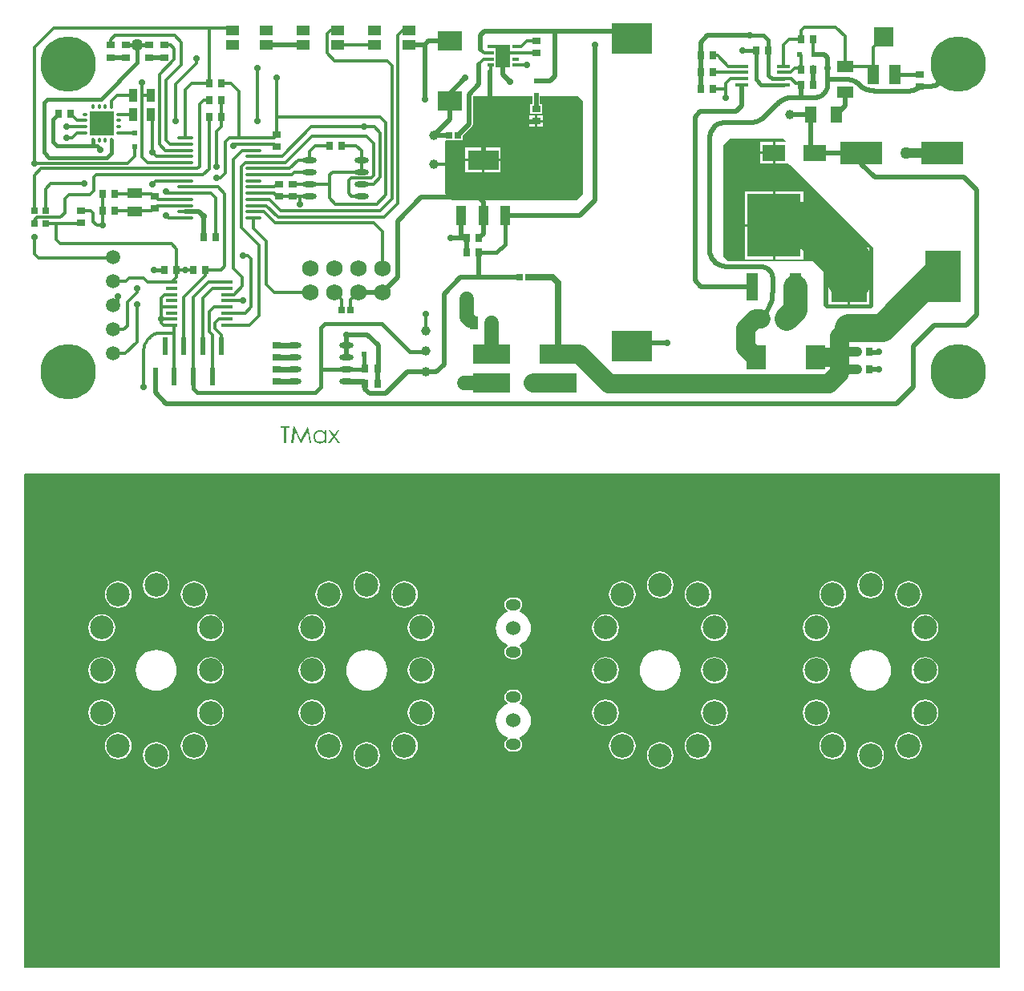
<source format=gtl>
%FSTAX23Y23*%
%MOIN*%
%SFA1B1*%

%IPPOS*%
%ADD12C,0.023622*%
%ADD13C,0.015748*%
%ADD16R,0.027559X0.037401*%
%ADD17R,0.051181X0.078740*%
%ADD18R,0.078740X0.078740*%
%ADD19R,0.173228X0.092520*%
%ADD20R,0.047244X0.116142*%
%ADD21R,0.222441X0.263779*%
%ADD22R,0.157480X0.078740*%
%ADD23R,0.084645X0.098425*%
%ADD24R,0.023622X0.072835*%
%ADD25O,0.064960X0.015748*%
%ADD26R,0.023622X0.019685*%
%ADD27R,0.062992X0.039370*%
%ADD28R,0.037401X0.027559*%
%ADD29O,0.049606X0.014173*%
%ADD30O,0.059055X0.023622*%
%ADD31R,0.031496X0.025591*%
%ADD32R,0.019685X0.023622*%
%ADD33R,0.037401X0.055118*%
%ADD34R,0.055118X0.041339*%
%ADD35O,0.055118X0.015748*%
%ADD36R,0.049212X0.068898*%
%ADD37R,0.031496X0.011811*%
%ADD38R,0.058661X0.094488*%
%ADD39R,0.098425X0.084645*%
%ADD40O,0.019685X0.015748*%
%ADD41O,0.015748X0.019685*%
%ADD42R,0.104330X0.104330*%
%ADD43R,0.151575X0.216535*%
%ADD44R,0.096457X0.068898*%
%ADD45R,0.068898X0.049212*%
%ADD46R,0.127952X0.084645*%
%ADD47R,0.039370X0.084645*%
%ADD48R,0.165354X0.125984*%
%ADD49C,0.019685*%
%ADD50C,0.011811*%
%ADD96C,0.039370*%
%ADD97R,0.029527X0.029527*%
%ADD98C,0.059055*%
%ADD99C,0.078740*%
%ADD100C,0.039370*%
%ADD101C,0.059055*%
%ADD102C,0.027559*%
%ADD103C,0.118110*%
%ADD104C,0.196850*%
%ADD105C,0.098425*%
%ADD106C,0.275590*%
%ADD107C,0.098425*%
%ADD108C,0.068898*%
%ADD109O,0.062992X0.047244*%
%ADD110C,0.060000*%
%ADD111C,0.229921*%
%ADD112C,0.027559*%
%ADD113C,0.050000*%
%LNnixie_board_v2.0-1*%
%LPD*%
G36*
X05157Y01338D02*
D01*
X01102*
Y0339*
X01103Y03393*
X05157*
Y01338*
G37*
G36*
X03425Y04944D02*
Y04555D01*
X03399Y0453*
X02879*
X0285Y04559*
Y0474*
X02849Y04775*
X02853Y04779*
X02924*
Y04797*
X02961Y04835*
X02964Y0484*
X02966Y04846*
Y04963*
X03213*
Y0493*
X03204*
Y04891*
X03254*
Y0493*
X03245*
Y04963*
X03405*
X03425Y04944*
G37*
G36*
X04266Y04776D02*
X04264Y04772D01*
X04223*
Y04727*
Y04683*
X04276*
X04281Y04681*
X04629Y04333*
Y04091*
X04619Y04081*
X04434*
X04423Y04092*
Y04233*
X04421*
X04379Y04275*
X04028*
X04006Y04297*
Y04759*
X04033Y04786*
X04256*
X04266Y04776*
G37*
G36*
X02393Y03547D02*
X02414Y0352D01*
X02405*
X02389Y03542*
X02373Y0352*
X02365*
X02385Y03547*
X02367Y03572*
X02375*
X02389Y03553*
X02403Y03572*
X02411*
X02393Y03547*
G37*
G36*
X02293Y0352D02*
X02286D01*
X02279Y0357*
X02253Y0352*
X02251*
X02226Y03571*
X02219Y0352*
X02212*
X02222Y03591*
X02224*
X02252Y03532*
X02281Y03591*
X02282*
X02293Y0352*
G37*
G36*
X02332Y03573D02*
X02332Y03573D01*
X02333Y03573*
X02334Y03573*
X02336Y03573*
X02338Y03572*
X0234Y03572*
X02342Y03571*
X02342*
X02342Y03571*
X02342Y0357*
X02343Y0357*
X02343Y0357*
X02344Y0357*
X02345Y03569*
X02346Y03567*
X02348Y03566*
X0235Y03564*
X02351Y03562*
Y03572*
X02358*
Y0352*
X02351*
Y03529*
X02351Y03528*
X02351Y03528*
X02351Y03528*
X0235Y03528*
X02349Y03527*
X02348Y03526*
X02347Y03524*
X02345Y03523*
X02343Y03522*
X02342Y03521*
X02341*
X02341Y03521*
X02341Y0352*
X02341Y0352*
X0234Y0352*
X0234Y0352*
X02339Y0352*
X02338Y0352*
X02336Y03519*
X02334Y03519*
X02332Y03518*
X0233Y03518*
X02329*
X02329Y03518*
X02328Y03518*
X02327Y03518*
X02326Y03519*
X02325Y03519*
X02323Y03519*
X02322Y0352*
X0232Y0352*
X02319Y03521*
X02317Y03522*
X02316Y03523*
X02314Y03524*
X02312Y03525*
X02311Y03526*
X02311Y03526*
X02311Y03527*
X0231Y03527*
X0231Y03528*
X02309Y03528*
X02308Y03529*
X02308Y0353*
X02307Y03532*
X02306Y03533*
X02306Y03535*
X02305Y03536*
X02304Y03538*
X02304Y0354*
X02303Y03542*
X02303Y03544*
X02303Y03546*
Y03546*
Y03546*
X02303Y03547*
X02303Y03548*
X02303Y03549*
X02303Y0355*
X02304Y03551*
X02304Y03553*
X02304Y03554*
X02305Y03556*
X02306Y03557*
X02306Y03559*
X02307Y03561*
X02308Y03562*
X0231Y03564*
X02311Y03565*
X02311Y03565*
X02311Y03566*
X02312Y03566*
X02312Y03567*
X02313Y03567*
X02314Y03568*
X02315Y03569*
X02316Y03569*
X02318Y0357*
X02319Y03571*
X02321Y03572*
X02322Y03572*
X02324Y03573*
X02326Y03573*
X02328Y03573*
X0233Y03573*
X02331*
X02332Y03573*
G37*
G36*
X02205Y03584D02*
X02189D01*
Y0352*
X02182*
Y03584*
X02166*
Y03591*
X02205*
Y03584*
G37*
%LNnixie_board_v2.0-2*%
%LPC*%
G36*
X0499Y03333D02*
Y03214D01*
X0511*
X05109Y03228*
X05105Y03247*
X05097Y03265*
X05087Y03282*
X05074Y03297*
X05059Y0331*
X05042Y0332*
X05024Y03328*
X05005Y03332*
X0499Y03333*
G37*
G36*
X01289D02*
Y03214D01*
X01408*
X01407Y03228*
X01403Y03247*
X01395Y03265*
X01385Y03282*
X01372Y03297*
X01357Y0331*
X0134Y0332*
X01322Y03328*
X01303Y03332*
X01289Y03333*
G37*
G36*
X01279D02*
X01264Y03332D01*
X01245Y03328*
X01227Y0332*
X0121Y0331*
X01195Y03297*
X01182Y03282*
X01172Y03265*
X01164Y03247*
X0116Y03228*
X01159Y03214*
X01279*
Y03333*
G37*
G36*
X0498D02*
X04966Y03332D01*
X04947Y03328*
X04929Y0332*
X04912Y0331*
X04897Y03297*
X04884Y03282*
X04874Y03265*
X04866Y03247*
X04862Y03228*
X04861Y03214*
X0498*
Y03333*
G37*
G36*
X0511Y03204D02*
X0499D01*
Y03084*
X05005Y03085*
X05024Y03089*
X05042Y03097*
X05059Y03107*
X05074Y0312*
X05087Y03135*
X05097Y03152*
X05105Y0317*
X05109Y03189*
X0511Y03204*
G37*
G36*
X01408D02*
X01289D01*
Y03084*
X01303Y03085*
X01322Y03089*
X0134Y03097*
X01357Y03107*
X01372Y0312*
X01385Y03135*
X01395Y03152*
X01403Y0317*
X01407Y03189*
X01408Y03204*
G37*
G36*
X01279D02*
X01159D01*
X0116Y03189*
X01164Y0317*
X01172Y03152*
X01182Y03135*
X01195Y0312*
X0121Y03107*
X01227Y03097*
X01245Y03089*
X01264Y03085*
X01279Y03084*
Y03204*
G37*
G36*
X0498D02*
X04861D01*
X04862Y03189*
X04866Y0317*
X04874Y03152*
X04884Y03135*
X04897Y0312*
X04912Y03107*
X04929Y03097*
X04947Y03089*
X04966Y03085*
X0498Y03084*
Y03204*
G37*
G36*
X0462Y02985D02*
X04605Y02983D01*
X04592Y02977*
X0458Y02968*
X04571Y02957*
X04566Y02943*
X04564Y02929*
X04566Y02914*
X04571Y02901*
X0458Y02889*
X04592Y02881*
X04605Y02875*
X0462Y02873*
X04634Y02875*
X04647Y02881*
X04659Y02889*
X04668Y02901*
X04673Y02914*
X04675Y02929*
X04673Y02943*
X04668Y02957*
X04659Y02968*
X04647Y02977*
X04634Y02983*
X0462Y02985*
G37*
G36*
X03745D02*
X0373Y02983D01*
X03717Y02977*
X03705Y02968*
X03696Y02957*
X03691Y02943*
X03689Y02929*
X03691Y02914*
X03696Y02901*
X03705Y02889*
X03717Y02881*
X0373Y02875*
X03745Y02873*
X03759Y02875*
X03772Y02881*
X03784Y02889*
X03793Y02901*
X03798Y02914*
X038Y02929*
X03798Y02943*
X03793Y02957*
X03784Y02968*
X03772Y02977*
X03759Y02983*
X03745Y02985*
G37*
G36*
X02525D02*
X0251Y02983D01*
X02497Y02977*
X02485Y02968*
X02476Y02957*
X02471Y02943*
X02469Y02929*
X02471Y02914*
X02476Y02901*
X02485Y02889*
X02497Y02881*
X0251Y02875*
X02525Y02873*
X02539Y02875*
X02552Y02881*
X02564Y02889*
X02573Y02901*
X02578Y02914*
X0258Y02929*
X02578Y02943*
X02573Y02957*
X02564Y02968*
X02552Y02977*
X02539Y02983*
X02525Y02985*
G37*
G36*
X0165D02*
X01635Y02983D01*
X01622Y02977*
X0161Y02968*
X01601Y02957*
X01596Y02943*
X01594Y02929*
X01596Y02914*
X01601Y02901*
X0161Y02889*
X01622Y02881*
X01635Y02875*
X0165Y02873*
X01664Y02875*
X01677Y02881*
X01689Y02889*
X01698Y02901*
X01703Y02914*
X01705Y02929*
X01703Y02943*
X01698Y02957*
X01689Y02968*
X01677Y02977*
X01664Y02983*
X0165Y02985*
G37*
G36*
X04777Y02945D02*
X04763Y02943D01*
X04749Y02938*
X04738Y02929*
X04729Y02917*
X04723Y02904*
X04721Y02889*
X04723Y02875*
X04729Y02862*
X04738Y0285*
X04749Y02841*
X04763Y02836*
X04777Y02834*
X04791Y02836*
X04805Y02841*
X04816Y0285*
X04825Y02862*
X04831Y02875*
X04833Y02889*
X04831Y02904*
X04825Y02917*
X04816Y02929*
X04805Y02938*
X04791Y02943*
X04777Y02945*
G37*
G36*
X04462D02*
X04448Y02943D01*
X04434Y02938*
X04423Y02929*
X04414Y02917*
X04408Y02904*
X04406Y02889*
X04408Y02875*
X04414Y02862*
X04423Y0285*
X04434Y02841*
X04448Y02836*
X04462Y02834*
X04476Y02836*
X0449Y02841*
X04501Y0285*
X0451Y02862*
X04516Y02875*
X04518Y02889*
X04516Y02904*
X0451Y02917*
X04501Y02929*
X0449Y02938*
X04476Y02943*
X04462Y02945*
G37*
G36*
X03902D02*
X03888Y02943D01*
X03874Y02938*
X03863Y02929*
X03854Y02917*
X03848Y02904*
X03846Y02889*
X03848Y02875*
X03854Y02862*
X03863Y0285*
X03874Y02841*
X03888Y02836*
X03902Y02834*
X03916Y02836*
X0393Y02841*
X03941Y0285*
X0395Y02862*
X03956Y02875*
X03958Y02889*
X03956Y02904*
X0395Y02917*
X03941Y02929*
X0393Y02938*
X03916Y02943*
X03902Y02945*
G37*
G36*
X03587D02*
X03573Y02943D01*
X03559Y02938*
X03548Y02929*
X03539Y02917*
X03533Y02904*
X03531Y02889*
X03533Y02875*
X03539Y02862*
X03548Y0285*
X03559Y02841*
X03573Y02836*
X03587Y02834*
X03601Y02836*
X03615Y02841*
X03626Y0285*
X03635Y02862*
X03641Y02875*
X03643Y02889*
X03641Y02904*
X03635Y02917*
X03626Y02929*
X03615Y02938*
X03601Y02943*
X03587Y02945*
G37*
G36*
X02682D02*
X02668Y02943D01*
X02654Y02938*
X02643Y02929*
X02634Y02917*
X02628Y02904*
X02626Y02889*
X02628Y02875*
X02634Y02862*
X02643Y0285*
X02654Y02841*
X02668Y02836*
X02682Y02834*
X02696Y02836*
X0271Y02841*
X02721Y0285*
X0273Y02862*
X02736Y02875*
X02738Y02889*
X02736Y02904*
X0273Y02917*
X02721Y02929*
X0271Y02938*
X02696Y02943*
X02682Y02945*
G37*
G36*
X02367D02*
X02353Y02943D01*
X02339Y02938*
X02328Y02929*
X02319Y02917*
X02313Y02904*
X02311Y02889*
X02313Y02875*
X02319Y02862*
X02328Y0285*
X02339Y02841*
X02353Y02836*
X02367Y02834*
X02381Y02836*
X02395Y02841*
X02406Y0285*
X02415Y02862*
X02421Y02875*
X02423Y02889*
X02421Y02904*
X02415Y02917*
X02406Y02929*
X02395Y02938*
X02381Y02943*
X02367Y02945*
G37*
G36*
X01807D02*
X01793Y02943D01*
X01779Y02938*
X01768Y02929*
X01759Y02917*
X01753Y02904*
X01751Y02889*
X01753Y02875*
X01759Y02862*
X01768Y0285*
X01779Y02841*
X01793Y02836*
X01807Y02834*
X01821Y02836*
X01835Y02841*
X01846Y0285*
X01855Y02862*
X01861Y02875*
X01863Y02889*
X01861Y02904*
X01855Y02917*
X01846Y02929*
X01835Y02938*
X01821Y02943*
X01807Y02945*
G37*
G36*
X01492D02*
X01478Y02943D01*
X01464Y02938*
X01453Y02929*
X01444Y02917*
X01438Y02904*
X01436Y02889*
X01438Y02875*
X01444Y02862*
X01453Y0285*
X01464Y02841*
X01478Y02836*
X01492Y02834*
X01506Y02836*
X0152Y02841*
X01531Y0285*
X0154Y02862*
X01546Y02875*
X01548Y02889*
X01546Y02904*
X0154Y02917*
X01531Y02929*
X0152Y02938*
X01506Y02943*
X01492Y02945*
G37*
G36*
X04846Y02807D02*
X04831Y02805D01*
X04818Y028*
X04807Y02791*
X04798Y0278*
X04792Y02766*
X0479Y02752*
X04792Y02737*
X04798Y02724*
X04807Y02712*
X04818Y02703*
X04831Y02698*
X04846Y02696*
X0486Y02698*
X04874Y02703*
X04885Y02712*
X04894Y02724*
X049Y02737*
X04902Y02752*
X049Y02766*
X04894Y0278*
X04885Y02791*
X04874Y028*
X0486Y02805*
X04846Y02807*
G37*
G36*
X04393D02*
X04379Y02805D01*
X04365Y028*
X04354Y02791*
X04345Y0278*
X04339Y02766*
X04337Y02752*
X04339Y02737*
X04345Y02724*
X04354Y02712*
X04365Y02703*
X04379Y02698*
X04393Y02696*
X04408Y02698*
X04421Y02703*
X04433Y02712*
X04441Y02724*
X04447Y02737*
X04449Y02752*
X04447Y02766*
X04441Y0278*
X04433Y02791*
X04421Y028*
X04408Y02805*
X04393Y02807*
G37*
G36*
X03971D02*
X03956Y02805D01*
X03943Y028*
X03932Y02791*
X03923Y0278*
X03917Y02766*
X03915Y02752*
X03917Y02737*
X03923Y02724*
X03932Y02712*
X03943Y02703*
X03956Y02698*
X03971Y02696*
X03985Y02698*
X03999Y02703*
X0401Y02712*
X04019Y02724*
X04025Y02737*
X04027Y02752*
X04025Y02766*
X04019Y0278*
X0401Y02791*
X03999Y028*
X03985Y02805*
X03971Y02807*
G37*
G36*
X03518D02*
X03504Y02805D01*
X0349Y028*
X03479Y02791*
X0347Y0278*
X03464Y02766*
X03462Y02752*
X03464Y02737*
X0347Y02724*
X03479Y02712*
X0349Y02703*
X03504Y02698*
X03518Y02696*
X03533Y02698*
X03546Y02703*
X03558Y02712*
X03566Y02724*
X03572Y02737*
X03574Y02752*
X03572Y02766*
X03566Y0278*
X03558Y02791*
X03546Y028*
X03533Y02805*
X03518Y02807*
G37*
G36*
X02751D02*
X02736Y02805D01*
X02723Y028*
X02712Y02791*
X02703Y0278*
X02697Y02766*
X02695Y02752*
X02697Y02737*
X02703Y02724*
X02712Y02712*
X02723Y02703*
X02736Y02698*
X02751Y02696*
X02765Y02698*
X02779Y02703*
X0279Y02712*
X02799Y02724*
X02805Y02737*
X02807Y02752*
X02805Y02766*
X02799Y0278*
X0279Y02791*
X02779Y028*
X02765Y02805*
X02751Y02807*
G37*
G36*
X02298D02*
X02284Y02805D01*
X0227Y028*
X02259Y02791*
X0225Y0278*
X02244Y02766*
X02242Y02752*
X02244Y02737*
X0225Y02724*
X02259Y02712*
X0227Y02703*
X02284Y02698*
X02298Y02696*
X02313Y02698*
X02326Y02703*
X02338Y02712*
X02346Y02724*
X02352Y02737*
X02354Y02752*
X02352Y02766*
X02346Y0278*
X02338Y02791*
X02326Y028*
X02313Y02805*
X02298Y02807*
G37*
G36*
X01876D02*
X01861Y02805D01*
X01848Y028*
X01837Y02791*
X01828Y0278*
X01822Y02766*
X0182Y02752*
X01822Y02737*
X01828Y02724*
X01837Y02712*
X01848Y02703*
X01861Y02698*
X01876Y02696*
X0189Y02698*
X01904Y02703*
X01915Y02712*
X01924Y02724*
X0193Y02737*
X01932Y02752*
X0193Y02766*
X01924Y0278*
X01915Y02791*
X01904Y028*
X0189Y02805*
X01876Y02807*
G37*
G36*
X01423D02*
X01409Y02805D01*
X01395Y028*
X01384Y02791*
X01375Y0278*
X01369Y02766*
X01367Y02752*
X01369Y02737*
X01375Y02724*
X01384Y02712*
X01395Y02703*
X01409Y02698*
X01423Y02696*
X01438Y02698*
X01451Y02703*
X01463Y02712*
X01471Y02724*
X01477Y02737*
X01479Y02752*
X01477Y02766*
X01471Y0278*
X01463Y02791*
X01451Y028*
X01438Y02805*
X01423Y02807*
G37*
G36*
X03142Y02878D02*
X03127D01*
X03119Y02877*
X03112Y02874*
X03106Y02869*
X03101Y02863*
X03098Y02856*
X03097Y02848*
X03098Y0284*
X03101Y02833*
X03106Y02827*
X0311Y02823*
X03109Y02818*
X03106Y02817*
X03094Y0281*
X03083Y02801*
X03074Y0279*
X03067Y02778*
X03063Y02764*
X03061Y0275*
X03063Y02735*
X03067Y02721*
X03074Y02709*
X03083Y02698*
X03094Y02689*
X03106Y02682*
X03109Y02681*
X0311Y02676*
X03106Y02672*
X03101Y02666*
X03098Y02659*
X03097Y02651*
X03098Y02643*
X03101Y02636*
X03106Y0263*
X03112Y02625*
X03119Y02622*
X03127Y02621*
X03142*
X0315Y02622*
X03157Y02625*
X03164Y0263*
X03168Y02636*
X03171Y02643*
X03172Y02651*
X03171Y02659*
X03168Y02666*
X03164Y02672*
X03159Y02676*
X0316Y02681*
X03163Y02682*
X03175Y02689*
X03186Y02698*
X03195Y02709*
X03202Y02721*
X03206Y02735*
X03208Y0275*
X03206Y02764*
X03202Y02778*
X03195Y0279*
X03186Y02801*
X03175Y0281*
X03163Y02817*
X0316Y02818*
X03159Y02823*
X03164Y02827*
X03168Y02833*
X03171Y0284*
X03172Y02848*
X03171Y02856*
X03168Y02863*
X03164Y02869*
X03157Y02874*
X0315Y02877*
X03142Y02878*
G37*
G36*
X04846Y0263D02*
X04831Y02628D01*
X04818Y02623*
X04807Y02614*
X04798Y02602*
X04792Y02589*
X0479Y02575*
X04792Y0256*
X04798Y02547*
X04807Y02535*
X04818Y02526*
X04831Y02521*
X04846Y02519*
X0486Y02521*
X04874Y02526*
X04885Y02535*
X04894Y02547*
X049Y0256*
X04902Y02575*
X049Y02589*
X04894Y02602*
X04885Y02614*
X04874Y02623*
X0486Y02628*
X04846Y0263*
G37*
G36*
X04393D02*
X04379Y02628D01*
X04365Y02623*
X04354Y02614*
X04345Y02602*
X04339Y02589*
X04337Y02575*
X04339Y0256*
X04345Y02547*
X04354Y02535*
X04365Y02526*
X04379Y02521*
X04393Y02519*
X04408Y02521*
X04421Y02526*
X04433Y02535*
X04441Y02547*
X04447Y0256*
X04449Y02575*
X04447Y02589*
X04441Y02602*
X04433Y02614*
X04421Y02623*
X04408Y02628*
X04393Y0263*
G37*
G36*
X03971D02*
X03956Y02628D01*
X03943Y02623*
X03932Y02614*
X03923Y02602*
X03917Y02589*
X03915Y02575*
X03917Y0256*
X03923Y02547*
X03932Y02535*
X03943Y02526*
X03956Y02521*
X03971Y02519*
X03985Y02521*
X03999Y02526*
X0401Y02535*
X04019Y02547*
X04025Y0256*
X04027Y02575*
X04025Y02589*
X04019Y02602*
X0401Y02614*
X03999Y02623*
X03985Y02628*
X03971Y0263*
G37*
G36*
X03518D02*
X03504Y02628D01*
X0349Y02623*
X03479Y02614*
X0347Y02602*
X03464Y02589*
X03462Y02575*
X03464Y0256*
X0347Y02547*
X03479Y02535*
X0349Y02526*
X03504Y02521*
X03518Y02519*
X03533Y02521*
X03546Y02526*
X03558Y02535*
X03566Y02547*
X03572Y0256*
X03574Y02575*
X03572Y02589*
X03566Y02602*
X03558Y02614*
X03546Y02623*
X03533Y02628*
X03518Y0263*
G37*
G36*
X02751D02*
X02736Y02628D01*
X02723Y02623*
X02712Y02614*
X02703Y02602*
X02697Y02589*
X02695Y02575*
X02697Y0256*
X02703Y02547*
X02712Y02535*
X02723Y02526*
X02736Y02521*
X02751Y02519*
X02765Y02521*
X02779Y02526*
X0279Y02535*
X02799Y02547*
X02805Y0256*
X02807Y02575*
X02805Y02589*
X02799Y02602*
X0279Y02614*
X02779Y02623*
X02765Y02628*
X02751Y0263*
G37*
G36*
X02298D02*
X02284Y02628D01*
X0227Y02623*
X02259Y02614*
X0225Y02602*
X02244Y02589*
X02242Y02575*
X02244Y0256*
X0225Y02547*
X02259Y02535*
X0227Y02526*
X02284Y02521*
X02298Y02519*
X02313Y02521*
X02326Y02526*
X02338Y02535*
X02346Y02547*
X02352Y0256*
X02354Y02575*
X02352Y02589*
X02346Y02602*
X02338Y02614*
X02326Y02623*
X02313Y02628*
X02298Y0263*
G37*
G36*
X01876D02*
X01861Y02628D01*
X01848Y02623*
X01837Y02614*
X01828Y02602*
X01822Y02589*
X0182Y02575*
X01822Y0256*
X01828Y02547*
X01837Y02535*
X01848Y02526*
X01861Y02521*
X01876Y02519*
X0189Y02521*
X01904Y02526*
X01915Y02535*
X01924Y02547*
X0193Y0256*
X01932Y02575*
X0193Y02589*
X01924Y02602*
X01915Y02614*
X01904Y02623*
X0189Y02628*
X01876Y0263*
G37*
G36*
X01423D02*
X01409Y02628D01*
X01395Y02623*
X01384Y02614*
X01375Y02602*
X01369Y02589*
X01367Y02575*
X01369Y0256*
X01375Y02547*
X01384Y02535*
X01395Y02526*
X01409Y02521*
X01423Y02519*
X01438Y02521*
X01451Y02526*
X01463Y02535*
X01471Y02547*
X01477Y0256*
X01479Y02575*
X01477Y02589*
X01471Y02602*
X01463Y02614*
X01451Y02623*
X01438Y02628*
X01423Y0263*
G37*
G36*
X0462Y0266D02*
X04603Y02658D01*
X04587Y02653*
X04572Y02645*
X04559Y02635*
X04549Y02622*
X04541Y02607*
X04536Y02591*
X04534Y02575*
X04536Y02558*
X04541Y02542*
X04549Y02527*
X04559Y02514*
X04572Y02504*
X04587Y02496*
X04603Y02491*
X0462Y02489*
X04636Y02491*
X04652Y02496*
X04667Y02504*
X0468Y02514*
X0469Y02527*
X04698Y02542*
X04703Y02558*
X04705Y02575*
X04703Y02591*
X04698Y02607*
X0469Y02622*
X0468Y02635*
X04667Y02645*
X04652Y02653*
X04636Y02658*
X0462Y0266*
G37*
G36*
X03745D02*
X03728Y02658D01*
X03712Y02653*
X03697Y02645*
X03684Y02635*
X03674Y02622*
X03666Y02607*
X03661Y02591*
X03659Y02575*
X03661Y02558*
X03666Y02542*
X03674Y02527*
X03684Y02514*
X03697Y02504*
X03712Y02496*
X03728Y02491*
X03745Y02489*
X03761Y02491*
X03777Y02496*
X03792Y02504*
X03805Y02514*
X03815Y02527*
X03823Y02542*
X03828Y02558*
X0383Y02575*
X03828Y02591*
X03823Y02607*
X03815Y02622*
X03805Y02635*
X03792Y02645*
X03777Y02653*
X03761Y02658*
X03745Y0266*
G37*
G36*
X02525D02*
X02508Y02658D01*
X02492Y02653*
X02477Y02645*
X02464Y02635*
X02454Y02622*
X02446Y02607*
X02441Y02591*
X02439Y02575*
X02441Y02558*
X02446Y02542*
X02454Y02527*
X02464Y02514*
X02477Y02504*
X02492Y02496*
X02508Y02491*
X02525Y02489*
X02541Y02491*
X02557Y02496*
X02572Y02504*
X02585Y02514*
X02595Y02527*
X02603Y02542*
X02608Y02558*
X0261Y02575*
X02608Y02591*
X02603Y02607*
X02595Y02622*
X02585Y02635*
X02572Y02645*
X02557Y02653*
X02541Y02658*
X02525Y0266*
G37*
G36*
X0165D02*
X01633Y02658D01*
X01617Y02653*
X01602Y02645*
X01589Y02635*
X01579Y02622*
X01571Y02607*
X01566Y02591*
X01564Y02575*
X01566Y02558*
X01571Y02542*
X01579Y02527*
X01589Y02514*
X01602Y02504*
X01617Y02496*
X01633Y02491*
X0165Y02489*
X01666Y02491*
X01682Y02496*
X01697Y02504*
X0171Y02514*
X0172Y02527*
X01728Y02542*
X01733Y02558*
X01735Y02575*
X01733Y02591*
X01728Y02607*
X0172Y02622*
X0171Y02635*
X01697Y02645*
X01682Y02653*
X01666Y02658*
X0165Y0266*
G37*
G36*
X04846Y02453D02*
X04831Y02451D01*
X04818Y02446*
X04807Y02437*
X04798Y02425*
X04792Y02412*
X0479Y02397*
X04792Y02383*
X04798Y02369*
X04807Y02358*
X04818Y02349*
X04831Y02344*
X04846Y02342*
X0486Y02344*
X04874Y02349*
X04885Y02358*
X04894Y02369*
X049Y02383*
X04902Y02397*
X049Y02412*
X04894Y02425*
X04885Y02437*
X04874Y02446*
X0486Y02451*
X04846Y02453*
G37*
G36*
X04393D02*
X04379Y02451D01*
X04365Y02446*
X04354Y02437*
X04345Y02425*
X04339Y02412*
X04337Y02397*
X04339Y02383*
X04345Y02369*
X04354Y02358*
X04365Y02349*
X04379Y02344*
X04393Y02342*
X04408Y02344*
X04421Y02349*
X04433Y02358*
X04441Y02369*
X04447Y02383*
X04449Y02397*
X04447Y02412*
X04441Y02425*
X04433Y02437*
X04421Y02446*
X04408Y02451*
X04393Y02453*
G37*
G36*
X03971D02*
X03956Y02451D01*
X03943Y02446*
X03932Y02437*
X03923Y02425*
X03917Y02412*
X03915Y02397*
X03917Y02383*
X03923Y02369*
X03932Y02358*
X03943Y02349*
X03956Y02344*
X03971Y02342*
X03985Y02344*
X03999Y02349*
X0401Y02358*
X04019Y02369*
X04025Y02383*
X04027Y02397*
X04025Y02412*
X04019Y02425*
X0401Y02437*
X03999Y02446*
X03985Y02451*
X03971Y02453*
G37*
G36*
X03518D02*
X03504Y02451D01*
X0349Y02446*
X03479Y02437*
X0347Y02425*
X03464Y02412*
X03462Y02397*
X03464Y02383*
X0347Y02369*
X03479Y02358*
X0349Y02349*
X03504Y02344*
X03518Y02342*
X03533Y02344*
X03546Y02349*
X03558Y02358*
X03566Y02369*
X03572Y02383*
X03574Y02397*
X03572Y02412*
X03566Y02425*
X03558Y02437*
X03546Y02446*
X03533Y02451*
X03518Y02453*
G37*
G36*
X02751D02*
X02736Y02451D01*
X02723Y02446*
X02712Y02437*
X02703Y02425*
X02697Y02412*
X02695Y02397*
X02697Y02383*
X02703Y02369*
X02712Y02358*
X02723Y02349*
X02736Y02344*
X02751Y02342*
X02765Y02344*
X02779Y02349*
X0279Y02358*
X02799Y02369*
X02805Y02383*
X02807Y02397*
X02805Y02412*
X02799Y02425*
X0279Y02437*
X02779Y02446*
X02765Y02451*
X02751Y02453*
G37*
G36*
X02298D02*
X02284Y02451D01*
X0227Y02446*
X02259Y02437*
X0225Y02425*
X02244Y02412*
X02242Y02397*
X02244Y02383*
X0225Y02369*
X02259Y02358*
X0227Y02349*
X02284Y02344*
X02298Y02342*
X02313Y02344*
X02326Y02349*
X02338Y02358*
X02346Y02369*
X02352Y02383*
X02354Y02397*
X02352Y02412*
X02346Y02425*
X02338Y02437*
X02326Y02446*
X02313Y02451*
X02298Y02453*
G37*
G36*
X01876D02*
X01861Y02451D01*
X01848Y02446*
X01837Y02437*
X01828Y02425*
X01822Y02412*
X0182Y02397*
X01822Y02383*
X01828Y02369*
X01837Y02358*
X01848Y02349*
X01861Y02344*
X01876Y02342*
X0189Y02344*
X01904Y02349*
X01915Y02358*
X01924Y02369*
X0193Y02383*
X01932Y02397*
X0193Y02412*
X01924Y02425*
X01915Y02437*
X01904Y02446*
X0189Y02451*
X01876Y02453*
G37*
G36*
X01423D02*
X01409Y02451D01*
X01395Y02446*
X01384Y02437*
X01375Y02425*
X01369Y02412*
X01367Y02397*
X01369Y02383*
X01375Y02369*
X01384Y02358*
X01395Y02349*
X01409Y02344*
X01423Y02342*
X01438Y02344*
X01451Y02349*
X01463Y02358*
X01471Y02369*
X01477Y02383*
X01479Y02397*
X01477Y02412*
X01471Y02425*
X01463Y02437*
X01451Y02446*
X01438Y02451*
X01423Y02453*
G37*
G36*
X03142Y02493D02*
X03127D01*
X03119Y02492*
X03112Y02489*
X03106Y02484*
X03101Y02478*
X03098Y02471*
X03097Y02463*
X03098Y02455*
X03101Y02448*
X03106Y02442*
X0311Y02438*
X03109Y02433*
X03106Y02432*
X03094Y02425*
X03083Y02416*
X03074Y02405*
X03067Y02393*
X03063Y02379*
X03061Y02365*
X03063Y0235*
X03067Y02336*
X03074Y02324*
X03083Y02313*
X03094Y02304*
X03106Y02297*
X03109Y02296*
X0311Y02291*
X03106Y02287*
X03101Y02281*
X03098Y02274*
X03097Y02266*
X03098Y02258*
X03101Y02251*
X03106Y02245*
X03112Y0224*
X03119Y02237*
X03127Y02236*
X03142*
X0315Y02237*
X03157Y0224*
X03164Y02245*
X03168Y02251*
X03171Y02258*
X03172Y02266*
X03171Y02274*
X03168Y02281*
X03164Y02287*
X03159Y02291*
X0316Y02296*
X03163Y02297*
X03175Y02304*
X03186Y02313*
X03195Y02324*
X03202Y02336*
X03206Y0235*
X03208Y02365*
X03206Y02379*
X03202Y02393*
X03195Y02405*
X03186Y02416*
X03175Y02425*
X03163Y02432*
X0316Y02433*
X03159Y02438*
X03164Y02442*
X03168Y02448*
X03171Y02455*
X03172Y02463*
X03171Y02471*
X03168Y02478*
X03164Y02484*
X03157Y02489*
X0315Y02492*
X03142Y02493*
G37*
G36*
X04777Y02315D02*
X04763Y02313D01*
X04749Y02308*
X04738Y02299*
X04729Y02287*
X04723Y02274*
X04721Y0226*
X04723Y02245*
X04729Y02232*
X04738Y0222*
X04749Y02211*
X04763Y02206*
X04777Y02204*
X04791Y02206*
X04805Y02211*
X04816Y0222*
X04825Y02232*
X04831Y02245*
X04833Y0226*
X04831Y02274*
X04825Y02287*
X04816Y02299*
X04805Y02308*
X04791Y02313*
X04777Y02315*
G37*
G36*
X04462D02*
X04448Y02313D01*
X04434Y02308*
X04423Y02299*
X04414Y02287*
X04408Y02274*
X04406Y0226*
X04408Y02245*
X04414Y02232*
X04423Y0222*
X04434Y02211*
X04448Y02206*
X04462Y02204*
X04476Y02206*
X0449Y02211*
X04501Y0222*
X0451Y02232*
X04516Y02245*
X04518Y0226*
X04516Y02274*
X0451Y02287*
X04501Y02299*
X0449Y02308*
X04476Y02313*
X04462Y02315*
G37*
G36*
X03902D02*
X03888Y02313D01*
X03874Y02308*
X03863Y02299*
X03854Y02287*
X03848Y02274*
X03846Y0226*
X03848Y02245*
X03854Y02232*
X03863Y0222*
X03874Y02211*
X03888Y02206*
X03902Y02204*
X03916Y02206*
X0393Y02211*
X03941Y0222*
X0395Y02232*
X03956Y02245*
X03958Y0226*
X03956Y02274*
X0395Y02287*
X03941Y02299*
X0393Y02308*
X03916Y02313*
X03902Y02315*
G37*
G36*
X03587D02*
X03573Y02313D01*
X03559Y02308*
X03548Y02299*
X03539Y02287*
X03533Y02274*
X03531Y0226*
X03533Y02245*
X03539Y02232*
X03548Y0222*
X03559Y02211*
X03573Y02206*
X03587Y02204*
X03601Y02206*
X03615Y02211*
X03626Y0222*
X03635Y02232*
X03641Y02245*
X03643Y0226*
X03641Y02274*
X03635Y02287*
X03626Y02299*
X03615Y02308*
X03601Y02313*
X03587Y02315*
G37*
G36*
X02682D02*
X02668Y02313D01*
X02654Y02308*
X02643Y02299*
X02634Y02287*
X02628Y02274*
X02626Y0226*
X02628Y02245*
X02634Y02232*
X02643Y0222*
X02654Y02211*
X02668Y02206*
X02682Y02204*
X02696Y02206*
X0271Y02211*
X02721Y0222*
X0273Y02232*
X02736Y02245*
X02738Y0226*
X02736Y02274*
X0273Y02287*
X02721Y02299*
X0271Y02308*
X02696Y02313*
X02682Y02315*
G37*
G36*
X02367D02*
X02353Y02313D01*
X02339Y02308*
X02328Y02299*
X02319Y02287*
X02313Y02274*
X02311Y0226*
X02313Y02245*
X02319Y02232*
X02328Y0222*
X02339Y02211*
X02353Y02206*
X02367Y02204*
X02381Y02206*
X02395Y02211*
X02406Y0222*
X02415Y02232*
X02421Y02245*
X02423Y0226*
X02421Y02274*
X02415Y02287*
X02406Y02299*
X02395Y02308*
X02381Y02313*
X02367Y02315*
G37*
G36*
X01807D02*
X01793Y02313D01*
X01779Y02308*
X01768Y02299*
X01759Y02287*
X01753Y02274*
X01751Y0226*
X01753Y02245*
X01759Y02232*
X01768Y0222*
X01779Y02211*
X01793Y02206*
X01807Y02204*
X01821Y02206*
X01835Y02211*
X01846Y0222*
X01855Y02232*
X01861Y02245*
X01863Y0226*
X01861Y02274*
X01855Y02287*
X01846Y02299*
X01835Y02308*
X01821Y02313*
X01807Y02315*
G37*
G36*
X01492D02*
X01478Y02313D01*
X01464Y02308*
X01453Y02299*
X01444Y02287*
X01438Y02274*
X01436Y0226*
X01438Y02245*
X01444Y02232*
X01453Y0222*
X01464Y02211*
X01478Y02206*
X01492Y02204*
X01506Y02206*
X0152Y02211*
X01531Y0222*
X0154Y02232*
X01546Y02245*
X01548Y0226*
X01546Y02274*
X0154Y02287*
X01531Y02299*
X0152Y02308*
X01506Y02313*
X01492Y02315*
G37*
G36*
X0462Y02276D02*
X04605Y02274D01*
X04592Y02268*
X0458Y0226*
X04571Y02248*
X04566Y02235*
X04564Y0222*
X04566Y02206*
X04571Y02192*
X0458Y02181*
X04592Y02172*
X04605Y02166*
X0462Y02164*
X04634Y02166*
X04647Y02172*
X04659Y02181*
X04668Y02192*
X04673Y02206*
X04675Y0222*
X04673Y02235*
X04668Y02248*
X04659Y0226*
X04647Y02268*
X04634Y02274*
X0462Y02276*
G37*
G36*
X03745D02*
X0373Y02274D01*
X03717Y02268*
X03705Y0226*
X03696Y02248*
X03691Y02235*
X03689Y0222*
X03691Y02206*
X03696Y02192*
X03705Y02181*
X03717Y02172*
X0373Y02166*
X03745Y02164*
X03759Y02166*
X03772Y02172*
X03784Y02181*
X03793Y02192*
X03798Y02206*
X038Y0222*
X03798Y02235*
X03793Y02248*
X03784Y0226*
X03772Y02268*
X03759Y02274*
X03745Y02276*
G37*
G36*
X02525D02*
X0251Y02274D01*
X02497Y02268*
X02485Y0226*
X02476Y02248*
X02471Y02235*
X02469Y0222*
X02471Y02206*
X02476Y02192*
X02485Y02181*
X02497Y02172*
X0251Y02166*
X02525Y02164*
X02539Y02166*
X02552Y02172*
X02564Y02181*
X02573Y02192*
X02578Y02206*
X0258Y0222*
X02578Y02235*
X02573Y02248*
X02564Y0226*
X02552Y02268*
X02539Y02274*
X02525Y02276*
G37*
G36*
X0165D02*
X01635Y02274D01*
X01622Y02268*
X0161Y0226*
X01601Y02248*
X01596Y02235*
X01594Y0222*
X01596Y02206*
X01601Y02192*
X0161Y02181*
X01622Y02172*
X01635Y02166*
X0165Y02164*
X01664Y02166*
X01677Y02172*
X01689Y02181*
X01698Y02192*
X01703Y02206*
X01705Y0222*
X01703Y02235*
X01698Y02248*
X01689Y0226*
X01677Y02268*
X01664Y02274*
X0165Y02276*
G37*
G36*
X0499Y02054D02*
Y01934D01*
X0511*
X05109Y01948*
X05105Y01967*
X05097Y01986*
X05087Y02002*
X05074Y02017*
X05059Y0203*
X05042Y0204*
X05024Y02048*
X05005Y02052*
X0499Y02054*
G37*
G36*
X0498D02*
X04966Y02052D01*
X04947Y02048*
X04929Y0204*
X04912Y0203*
X04897Y02017*
X04884Y02002*
X04874Y01986*
X04866Y01967*
X04862Y01948*
X04861Y01934*
X0498*
Y02054*
G37*
G36*
X01289D02*
Y01934D01*
X01408*
X01407Y01948*
X01403Y01967*
X01395Y01986*
X01385Y02002*
X01372Y02017*
X01357Y0203*
X0134Y0204*
X01322Y02048*
X01303Y02052*
X01289Y02054*
G37*
G36*
X01279D02*
X01264Y02052D01*
X01245Y02048*
X01227Y0204*
X0121Y0203*
X01195Y02017*
X01182Y02002*
X01172Y01986*
X01164Y01967*
X0116Y01948*
X01159Y01934*
X01279*
Y02054*
G37*
G36*
X0511Y01924D02*
X0499D01*
Y01804*
X05005Y01805*
X05024Y01809*
X05042Y01817*
X05059Y01827*
X05074Y0184*
X05087Y01855*
X05097Y01872*
X05105Y0189*
X05109Y01909*
X0511Y01924*
G37*
G36*
X01408D02*
X01289D01*
Y01804*
X01303Y01805*
X01322Y01809*
X0134Y01817*
X01357Y01827*
X01372Y0184*
X01385Y01855*
X01395Y01872*
X01403Y0189*
X01407Y01909*
X01408Y01924*
G37*
G36*
X01279D02*
X01159D01*
X0116Y01909*
X01164Y0189*
X01172Y01872*
X01182Y01855*
X01195Y0184*
X0121Y01827*
X01227Y01817*
X01245Y01809*
X01264Y01805*
X01279Y01804*
Y01924*
G37*
G36*
X0498D02*
X04861D01*
X04862Y01909*
X04866Y0189*
X04874Y01872*
X04884Y01855*
X04897Y0184*
X04912Y01827*
X04929Y01817*
X04947Y01809*
X04966Y01805*
X0498Y01804*
Y01924*
G37*
G36*
X03258Y04883D02*
X03234D01*
Y04864*
X03258*
Y04883*
G37*
G36*
X03224D02*
X032D01*
Y04864*
X03224*
Y04883*
G37*
G36*
X03258Y04854D02*
X03234D01*
Y04835*
X03258*
Y04854*
G37*
G36*
X03224D02*
X032D01*
Y04835*
X03224*
Y04854*
G37*
G36*
X03082Y04749D02*
X03014D01*
Y04702*
X03082*
Y04749*
G37*
G36*
X03004D02*
X02935D01*
Y04702*
X03004*
Y04749*
G37*
G36*
X03082Y04692D02*
X03014D01*
Y04645*
X03082*
Y04692*
G37*
G36*
X03004D02*
X02935D01*
Y04645*
X03004*
Y04692*
G37*
G36*
X04213Y04772D02*
X0416D01*
Y04732*
X04213*
Y04772*
G37*
G36*
Y04722D02*
X0416D01*
Y04683*
X04213*
Y04722*
G37*
G36*
X04339Y04567D02*
X04223D01*
Y0443*
X04339*
Y04567*
G37*
G36*
X04213D02*
X04097D01*
Y0443*
X04213*
Y04567*
G37*
G36*
X04339Y0442D02*
X04223D01*
Y04283*
X04339*
Y0442*
G37*
G36*
X04213D02*
X04097D01*
Y04283*
X04213*
Y0442*
G37*
G36*
X04614Y04332D02*
X04534D01*
Y04218*
X04614*
Y04332*
G37*
G36*
X04524D02*
X04443D01*
Y04218*
X04524*
Y04332*
G37*
G36*
X04614Y04208D02*
X04534D01*
Y04095*
X04614*
Y04208*
G37*
G36*
X04524D02*
X04443D01*
Y04095*
X04524*
Y04208*
G37*
G36*
X02331Y03567D02*
X0233D01*
X02329Y03567*
X02329Y03567*
X02327Y03567*
X02326Y03566*
X02324Y03566*
X02322Y03565*
X0232Y03564*
X0232*
X0232Y03564*
X0232Y03564*
X02319Y03564*
X02319Y03563*
X02318Y03562*
X02316Y03561*
X02315Y0356*
X02314Y03558*
X02313Y03556*
Y03556*
X02313Y03556*
X02312Y03556*
X02312Y03555*
X02312Y03555*
X02312Y03554*
X02311Y03553*
X02311Y03551*
X0231Y0355*
X0231Y03548*
X0231Y03546*
Y03546*
Y03545*
Y03545*
X0231Y03545*
Y03544*
X0231Y03544*
X0231Y03542*
X02311Y03541*
X02311Y03539*
X02312Y03537*
X02313Y03535*
Y03535*
X02313Y03535*
X02313Y03535*
X02313Y03534*
X02314Y03533*
X02315Y03532*
X02316Y03531*
X02317Y0353*
X02319Y03528*
X0232Y03527*
X0232*
X02321Y03527*
X02321Y03527*
X02321Y03527*
X02322Y03527*
X02322Y03526*
X02323Y03526*
X02325Y03525*
X02327Y03525*
X02329Y03525*
X02331Y03524*
X02331*
X02332Y03525*
X02332*
X02333Y03525*
X02334Y03525*
X02336Y03525*
X02337Y03526*
X02339Y03526*
X02341Y03527*
X02341*
X02341Y03527*
X02342Y03528*
X02342Y03528*
X02343Y03528*
X02344Y03529*
X02345Y0353*
X02346Y03532*
X02348Y03533*
X02349Y03535*
Y03535*
X02349Y03535*
X02349Y03535*
X02349Y03536*
X02349Y03536*
X0235Y03537*
X0235Y03538*
X02351Y0354*
X02351Y03541*
X02351Y03543*
X02352Y03545*
Y03546*
Y03546*
Y03546*
X02351Y03547*
X02351Y03548*
X02351Y03549*
X02351Y0355*
X02351Y03551*
X0235Y03552*
X0235Y03553*
X0235Y03555*
X02349Y03556*
X02348Y03557*
X02347Y03558*
X02347Y0356*
X02345Y03561*
X02345Y03561*
X02345Y03561*
X02345Y03561*
X02344Y03562*
X02344Y03562*
X02343Y03563*
X02342Y03563*
X02341Y03564*
X0234Y03564*
X02339Y03565*
X02338Y03566*
X02337Y03566*
X02335Y03566*
X02334Y03567*
X02332Y03567*
X02331Y03567*
G37*
%LNnixie_board_v2.0-3*%
%LPD*%
G54D12*
X0251Y03776D02*
X02518Y03768D01*
X02439Y03776D02*
X0251D01*
X0215Y03926D02*
X02223D01*
X0215Y03875D02*
X02222D01*
X0215Y03826D02*
X02223D01*
X0215Y03776D02*
X02223D01*
G54D13*
X04194Y05154D02*
Y05195D01*
X04175Y05215D02*
X04194Y05195D01*
X04118Y05215D02*
X04175D01*
X04087Y05154D02*
X04143D01*
X04164Y05011D02*
X04256D01*
X04143Y05032D02*
X04164Y05011D01*
X04143Y05032D02*
Y05154D01*
X0472Y05054D02*
X04817D01*
X02771Y03901D02*
X02772Y03902D01*
X02704Y03901D02*
X02771D01*
X01203Y04708D02*
X01445D01*
X01183Y04729D02*
X01203Y04708D01*
X01183Y04729D02*
Y04936D01*
X01464Y04727D02*
Y0478D01*
X01445Y04708D02*
X01464Y04727D01*
X01198Y04951D02*
X0142D01*
X01404Y04755D02*
X01417Y04741D01*
X01387Y04755D02*
X01404D01*
X01387D02*
Y0478D01*
X01238Y04755D02*
X01387D01*
X01183Y04936D02*
X01198Y04951D01*
X0142D02*
X01572Y05103D01*
Y05175*
X01221Y04772D02*
X01238Y04755D01*
X01221Y04772D02*
Y04866D01*
X0231Y0373D02*
X02333Y03753D01*
X01822Y0373D02*
X0231D01*
X01804Y03747D02*
X01822Y0373D01*
X02333Y03826D02*
Y03999D01*
Y03753D02*
Y03826D01*
Y03999D02*
X0235Y04016D01*
X01804Y03747D02*
Y03797D01*
X02514Y0389D02*
Y03892D01*
Y03835D02*
Y0389D01*
X02333Y03826D02*
X02439D01*
X0235Y04016D02*
X02588D01*
X02704Y03901*
X0164Y04241D02*
X01684D01*
X03099Y04348D02*
Y04467D01*
X01572Y05175D02*
X01619D01*
X01525D02*
X01572D01*
X01619D02*
D01*
X01221Y04866D02*
X01244Y0489D01*
X02514Y03835D02*
X02518Y03831D01*
X02991Y04312D02*
X03063D01*
X03099Y04348*
X02513Y03826D02*
X02518Y03831D01*
X02439Y03826D02*
X02513D01*
X04209Y05037D02*
X04256D01*
X04194Y05051D02*
X04209Y05037D01*
X04194Y05051D02*
Y05154D01*
G54D16*
X04564Y03827D03*
X04615D03*
X04564Y039D03*
X04615D03*
X04329Y052D03*
X0438D03*
X02371Y04758D03*
X02422D03*
X01898Y04375D03*
X01847D03*
X01735Y04241D03*
X01684D03*
X01855D03*
X01804D03*
X0192Y04878D03*
X01869D03*
X0192Y04947D03*
X01869D03*
X0192Y05016D03*
X01869D03*
X01295Y0489D03*
X01244D03*
X01478Y04485D03*
X01427D03*
X01478Y04558D03*
X01427D03*
X0438Y05073D03*
X04329D03*
X0438Y0501D03*
X04329D03*
X04194Y05154D03*
X04143D03*
X03964Y04992D03*
X03913D03*
X03964Y05062D03*
X03913D03*
X03964Y05132D03*
X03913D03*
X02569Y03768D03*
X02518D03*
X02569Y03831D03*
X02518D03*
X02991Y04372D03*
X0294D03*
X02991Y04312D03*
X0294D03*
G54D17*
X0472Y05054D03*
X04629D03*
G54D18*
X04675Y05211D03*
G54D19*
X04916Y04727D03*
X0458D03*
G54D20*
X04128Y04171D03*
X04308D03*
G54D21*
X04218Y04425D03*
G54D22*
X03045Y0389D03*
Y03771D03*
X0332Y0389D03*
Y03771D03*
G54D23*
X04392Y03875D03*
X04144D03*
G54D24*
X01686Y03922D03*
X01883Y03797D03*
X01725D03*
X01804D03*
X01922Y03922D03*
X01844D03*
X01765D03*
X01647Y03797D03*
G54D25*
X0177Y04483D03*
Y04457D03*
Y04559D03*
Y04508D03*
Y04534D03*
Y04636D03*
Y04585D03*
Y04611D03*
Y04662D03*
Y04687D03*
Y04764D03*
Y04713D03*
Y04738D03*
Y0479D03*
X02055Y04457D03*
Y04483D03*
Y04559D03*
Y04508D03*
Y04534D03*
Y04585D03*
Y04611D03*
Y04662D03*
Y04713D03*
Y04636D03*
Y04687D03*
Y0479D03*
Y04738D03*
Y04764D03*
G54D26*
X04325Y05137D03*
X04384D03*
X02573Y0389D03*
X02514D03*
G54D27*
X0156Y04561D03*
Y04482D03*
G54D28*
X01643Y04547D03*
Y04496D03*
X01336Y04486D03*
Y04435D03*
X02218Y04598D03*
Y04547D03*
X02159Y04598D03*
Y04547D03*
X02152Y04803D03*
Y04752D03*
X01684Y05175D03*
Y05124D03*
X01619Y05175D03*
Y05124D03*
X01525Y05175D03*
Y05124D03*
X0146Y05175D03*
Y05124D03*
X04825Y05054D03*
Y05003D03*
X03229Y0491D03*
Y04859D03*
Y05194D03*
Y05142D03*
X0215Y03826D03*
Y03775D03*
Y03926D03*
Y03875D03*
G54D29*
X01944Y04189D03*
Y04163D03*
Y04112D03*
Y04138D03*
Y04087D03*
Y04036D03*
Y04061D03*
Y0401D03*
X01715Y04189D03*
Y04087D03*
Y04163D03*
Y04138D03*
Y04061D03*
Y04112D03*
Y0401D03*
Y04036D03*
G54D30*
X02503Y04698D03*
Y04648D03*
Y04598D03*
Y04548D03*
X02286D03*
Y04698D03*
Y04648D03*
Y04598D03*
X02439Y03926D03*
Y03876D03*
Y03826D03*
Y03776D03*
X02223D03*
Y03926D03*
Y03876D03*
Y03826D03*
G54D31*
X0119Y04486D03*
Y04433D03*
X01143Y04486D03*
Y04433D03*
G54D32*
X0156Y04811D03*
Y04752D03*
X03229Y05026D03*
Y04967D03*
G54D33*
X01626Y04888D03*
X01553D03*
X01626Y04968D03*
X01553D03*
X02972Y04019D03*
X03045D03*
G54D34*
X02107Y05235D03*
Y05178D03*
X01966Y05235D03*
Y05178D03*
X027Y05235D03*
Y05178D03*
X02558Y05235D03*
Y05178D03*
X02403Y05235D03*
Y05178D03*
X02262Y05235D03*
Y05178D03*
G54D35*
X04256Y05088D03*
Y05062D03*
Y05037D03*
Y05011D03*
X04083D03*
Y05088D03*
Y05062D03*
Y05037D03*
G54D36*
X04272Y04036D03*
X04164D03*
X04478Y04888D03*
X0437D03*
G54D37*
X03145Y05169D03*
Y05117D03*
Y05143D03*
Y05092D03*
X03039D03*
Y05169D03*
Y05117D03*
Y05143D03*
G54D38*
X03092Y0513D03*
G54D39*
X02869Y05192D03*
Y04944D03*
G54D40*
X01495Y04888D03*
Y04862D03*
Y04811D03*
Y04837D03*
X01355Y04811D03*
Y04888D03*
Y04837D03*
Y04862D03*
G54D41*
X01464Y04919D03*
X01438D03*
X01464Y0478D03*
X01438D03*
X01413D03*
X01387Y04919D03*
X01413D03*
X01387Y0478D03*
G54D42*
X01425Y0485D03*
G54D43*
X04529Y04213D03*
X0492D03*
G54D44*
X04387Y04727D03*
X04218D03*
G54D45*
X04513Y05087D03*
Y04979D03*
G54D46*
X03009Y04697D03*
G54D47*
X03099Y04467D03*
X02918D03*
X03009D03*
G54D48*
X03626Y05202D03*
Y03922D03*
G54D49*
X04866Y05003D02*
D01*
X0487Y05003*
X04874Y05004*
X04878Y05005*
X04882Y05006*
X04886Y05007*
X0489Y05008*
X04894Y0501*
X04897Y05012*
X04901Y05015*
X04904Y05017*
X04907Y0502*
X04908Y05021*
X04569Y05014D02*
D01*
X04566Y05017*
X04562Y05019*
X04559Y05022*
X04555Y05024*
X04551Y05026*
X04547Y05028*
X04543Y05029*
X04538Y0503*
X04534Y05031*
X0453Y05032*
X04525Y05032*
X04524Y05032*
X04779Y04984D02*
D01*
X04783Y04984*
X04788Y04985*
X04792Y04986*
X04797Y04987*
X04801Y04988*
X04805Y0499*
X04809Y04992*
X04813Y04994*
X04817Y04997*
X0482Y04999*
X04824Y05002*
X04825Y05003*
X04569Y05014D02*
D01*
X04574Y05009*
X0458Y05004*
X04585Y05*
X04591Y04997*
X04597Y04994*
X04604Y04991*
X0461Y04989*
X04617Y04987*
X04624Y04985*
X04631Y04985*
X04638Y04984*
X0464Y04984*
X04388Y04957D02*
D01*
X04391Y04957*
X04395Y04958*
X04399Y04959*
X04402Y04959*
X04406Y04961*
X04409Y04962*
X04413Y04964*
X04416Y04965*
X04419Y04968*
X04422Y0497*
X04425Y04972*
X04426Y04973*
X04297Y04957D02*
D01*
X04291Y04957*
X04284Y04956*
X04278Y04955*
X04272Y04954*
X04266Y04952*
X0426Y04949*
X04254Y04946*
X04248Y04943*
X04243Y0494*
X04238Y04936*
X04233Y04931*
X04232Y0493*
X04112Y04852D02*
D01*
X04119Y04852*
X04126Y04852*
X04132Y04854*
X04139Y04855*
X04146Y04858*
X04152Y0486*
X04159Y04863*
X04165Y04867*
X0417Y04871*
X04176Y04875*
X04181Y0488*
X04182Y04881*
X04213Y04206D02*
D01*
X04213Y04209*
X04212Y04212*
X04212Y04215*
X04211Y04218*
X0421Y04221*
X04209Y04224*
X04208Y04227*
X04206Y0423*
X04204Y04233*
X04202Y04235*
X042Y04237*
X042Y04238*
D01*
X04197Y04241*
X04194Y04243*
X04191Y04245*
X04188Y04247*
X04184Y04249*
X04181Y0425*
X04177Y04251*
X04174Y04252*
X0417Y04253*
X04166Y04254*
X04162Y04254*
X04161Y04254*
X04164Y04036D02*
D01*
X04172Y04044*
X04179Y04053*
X04186Y04063*
X04192Y04073*
X04197Y04083*
X04202Y04094*
X04206Y04105*
X04209Y04116*
X04211Y04128*
X04212Y0414*
X04213Y04151*
X04213Y04154*
X04005Y04852D02*
D01*
X04002Y04851*
X03999Y04851*
X03996Y04851*
X03993Y0485*
X0399Y04849*
X03987Y04848*
X03985Y04847*
X03982Y04845*
X0398Y04843*
X03977Y04842*
X03975Y0484*
X03975Y04839*
D01*
X0397Y04835*
X03967Y0483*
X03963Y04825*
X0396Y0482*
X03957Y04815*
X03955Y04809*
X03953Y04804*
X03952Y04798*
X03951Y04792*
X0395Y04786*
X0395Y0478*
X0395Y04779*
Y04328D02*
D01*
X0395Y04323*
X0395Y04318*
X03951Y04312*
X03952Y04307*
X03954Y04302*
X03956Y04297*
X03958Y04293*
X03961Y04288*
X03964Y04284*
X03967Y04279*
X03971Y04275*
X03972Y04275*
D01*
X03975Y04271*
X03979Y04268*
X03983Y04265*
X03987Y04263*
X03992Y0426*
X03996Y04259*
X04001Y04257*
X04006Y04256*
X04011Y04255*
X04015Y04254*
X0402Y04254*
X04022Y04254*
X04426Y04973D02*
D01*
X04428Y04976*
X04431Y04979*
X04433Y04982*
X04435Y04985*
X04436Y04989*
X04438Y04992*
X04439Y04996*
X0444Y04999*
X04441Y05003*
X04441Y05007*
X04442Y05011*
X04442Y05012*
X04825Y05003D02*
X04866D01*
X0464Y04984D02*
X04779D01*
X04442Y05032D02*
X04524D01*
X04325Y04957D02*
X04388D01*
X04297D02*
X04325D01*
X04182Y04881D02*
X04232Y0493D01*
X04213Y04154D02*
Y04206D01*
X04616Y03898D02*
X04653D01*
X04005Y04852D02*
X04112D01*
X0395Y04328D02*
Y04779D01*
X04164Y04036D02*
D01*
X04022Y04254D02*
X04161D01*
X03615Y03935D02*
X03775D01*
X036Y0392D02*
X03615Y03935D01*
X03913Y05132D02*
Y05188D01*
Y05062D02*
Y05132D01*
X04908Y05021D02*
X04985Y05098D01*
X0394Y05215D02*
X04118D01*
X03913Y05188D02*
X0394Y05215D01*
X04442Y05012D02*
Y05032D01*
X04325Y04957D02*
X04329Y04961D01*
X04442Y05032D02*
Y05079D01*
Y05122*
X04427Y05137D02*
X04442Y05122D01*
X04384Y05137D02*
X04427D01*
X04797Y03754D02*
Y03922D01*
X04727Y03684D02*
X04797Y03754D01*
X01692Y03684D02*
X04727D01*
X04797Y03922D02*
X04885Y0401D01*
X05016*
X02605Y03726D02*
X02695Y03816D01*
X02536Y03726D02*
X02605D01*
X02518Y03744D02*
X02536Y03726D01*
X0295Y04971D02*
X02991Y05012D01*
X0295Y04846D02*
Y04971D01*
X02903Y048D02*
X0295Y04846D01*
X02991Y05012D02*
Y05097D01*
X03475Y0453D02*
Y05175D01*
X03412Y04467D02*
X03475Y0453D01*
X03099Y04467D02*
X03412D01*
X05016Y0401D02*
X05059Y04053D01*
Y04573*
X05008Y04625D02*
X05059Y04573D01*
X04636Y04625D02*
X05008D01*
X0458Y0468D02*
X04636Y04625D01*
X0458Y0468D02*
Y04727D01*
X04615Y039D02*
X04616Y03898D01*
X04615Y03827D02*
X04653D01*
X03914Y04171D02*
X04128D01*
X03889Y04196D02*
X03914Y04171D01*
X03889Y04196D02*
Y04878D01*
X0391Y049*
X0406*
X04083Y04922*
Y05003*
X03913Y05062D02*
D01*
Y04992D02*
Y05062D01*
X04329Y04961D02*
Y0501D01*
X04513Y04922D02*
Y04977D01*
X04478Y04888D02*
X04513Y04922D01*
X04283Y04888D02*
X0437D01*
Y04745D02*
Y04888D01*
Y04745D02*
X04387Y04727D01*
X0458*
X01647Y03729D02*
Y03797D01*
Y03729D02*
X01692Y03684D01*
X02991Y04209D02*
X03161D01*
X02991D02*
Y04312D01*
X02914Y04209D02*
X02991D01*
X02846Y04141D02*
X02914Y04209D01*
X02846Y03847D02*
Y04141D01*
X02815Y03816D02*
X02846Y03847D01*
X02772Y03816D02*
X02815D01*
X02695D02*
X02772D01*
X04329Y0501D02*
Y05018D01*
X02803Y048D02*
X02866D01*
X02869Y04865D02*
Y04944D01*
X02803Y048D02*
X02869Y04865D01*
X02518Y03744D02*
Y03768D01*
X03038Y04858D02*
Y05068D01*
Y04858D02*
X03227D01*
X03036D02*
X03038D01*
X03009Y0483D02*
X03036Y04858D01*
X03009Y04697D02*
Y0483D01*
X02767Y0495D02*
Y05178D01*
X02869Y04972D02*
X02935Y05039D01*
X03009Y04467D02*
Y04523D01*
X0299Y04542D02*
X03009Y04523D01*
X02752Y04542D02*
X0299D01*
X02654Y04444D02*
X02752Y04542D01*
X02654Y04211D02*
Y04444D01*
X0259Y04147D02*
X02654Y04211D01*
X0249Y04147D02*
X0259D01*
X03305Y05233D02*
X03306Y05232D01*
Y05045D02*
Y05232D01*
X03227Y04858D02*
X03229Y04859D01*
X03009Y04697D02*
X03038Y04726D01*
X01619Y05124D02*
X01684D01*
X01525D02*
D01*
X0146D02*
X01525D01*
X02107Y05178D02*
X02262D01*
X02573Y0389D02*
Y03925D01*
Y03835D02*
Y0389D01*
X02439Y0397D02*
X0244Y03971D01*
X02439Y03926D02*
Y0397D01*
X0244Y03971D02*
X02528D01*
X02573Y03925*
X02569Y03831D02*
X02573Y03835D01*
X02875Y04372D02*
X02918D01*
X0294*
X02918D02*
X02918Y04372D01*
Y04467*
X02767Y05178D02*
X0278Y05192D01*
X02869*
X027Y05178D02*
X02767D01*
X03092Y05053D02*
Y0513D01*
Y05053D02*
X03122Y05023D01*
X03305Y05233D02*
X03565D01*
X03013D02*
X03305D01*
X03287Y05026D02*
X03306Y05045D01*
X03229Y05026D02*
X03287D01*
X01847Y04375D02*
Y04464D01*
X01828Y04483D02*
X01847Y04464D01*
X0177Y04483D02*
X01828D01*
X02991Y04372D02*
X03009Y04389D01*
Y04467*
X0294Y04312D02*
Y04372D01*
X02869Y04944D02*
Y04972D01*
X03229Y0491D02*
Y04967D01*
X02439Y03876D02*
Y03926D01*
X02569Y03768D02*
Y03831D01*
X02998Y05158D02*
Y05218D01*
X03565Y05233D02*
X036Y05199D01*
X02998Y05218D02*
X03013Y05233D01*
X03228Y05143D02*
X03229Y05142D01*
X0438Y05083D02*
D01*
Y0502D02*
Y05083D01*
G54D50*
X0167Y03978D02*
D01*
X01665Y03977*
X01661Y03977*
X01656Y03976*
X01651Y03975*
X01647Y03973*
X01642Y03972*
X01638Y0397*
X01634Y03967*
X0163Y03965*
X01626Y03962*
X01623Y03958*
X01622Y03958*
D01*
X01618Y03953*
X01614Y03949*
X0161Y03944*
X01607Y03938*
X01605Y03933*
X01602Y03928*
X016Y03922*
X01599Y03916*
X01598Y0391*
X01597Y03904*
X01597Y03898*
X01597Y03897*
X02772Y03988D02*
Y04055D01*
X0149Y04113D02*
Y04129D01*
X01484Y04107D02*
X0149Y04113D01*
X0438Y05137D02*
Y052D01*
Y05137D02*
X04384D01*
X0438Y052D02*
X04384Y05196D01*
X04307Y05018D02*
X04329D01*
X02403Y05176D02*
X02556D01*
X02215Y04548D02*
X02275D01*
X02152Y04547D02*
X02215D01*
X01725Y03978D02*
Y0401D01*
X0167Y03978D02*
X01725D01*
X01484Y04107D02*
X01485Y04107D01*
X01597Y03754D02*
Y03897D01*
X04305Y05081D02*
X04329D01*
Y05133*
Y05073D02*
Y05081D01*
X04325Y05137D02*
X04329Y05133D01*
X0192Y04838D02*
Y04878D01*
X019Y04817D02*
X0192Y04838D01*
X019Y0467D02*
Y04817D01*
X01848Y04947D02*
X01869D01*
X0183Y04929D02*
X01848Y04947D01*
X0183Y0467D02*
Y04929D01*
X01863Y04941D02*
X01869Y04935D01*
X01962Y05016D02*
X01995Y04983D01*
X02504Y04648D02*
Y04736D01*
X02215Y04598D02*
X02286D01*
X01995Y0479D02*
Y04983D01*
X01869Y05016D02*
Y05245D01*
X01796Y05016D02*
X01869D01*
X0177Y0499D02*
X01796Y05016D01*
X0177Y0479D02*
Y0499D01*
X01818Y05101D02*
Y0512D01*
X0173Y05013D02*
X01818Y05101D01*
X0173Y0486D02*
Y05013D01*
X04513Y05087D02*
Y05212D01*
Y05087D02*
X04628D01*
X04475Y0525D02*
X04513Y05212D01*
X0127Y04535D02*
X01288Y04554D01*
X0127Y04477D02*
Y04535D01*
X01288Y04554D02*
X01373D01*
X01252Y0446D02*
X0127Y04477D01*
X01155Y0446D02*
X01252D01*
X01598Y04206D02*
X01615Y04189D01*
X01538Y04206D02*
X01598D01*
X01524Y04192D02*
X01538Y04206D01*
X01615Y04189D02*
X01715D01*
X0147Y04192D02*
X01524D01*
X01713Y0435D02*
X01735Y04328D01*
Y04241D02*
Y04328D01*
X0157Y03939D02*
Y04095D01*
X01522Y03892D02*
X0157Y03939D01*
X01472Y03892D02*
X01522D01*
X01725Y03797D02*
Y03978D01*
X0159Y04968D02*
Y05019D01*
X04629Y05088D02*
Y05166D01*
X04628Y05087D02*
X04629Y05088D01*
Y05166D02*
X04675Y05211D01*
X01468Y0429D02*
X0147Y04292D01*
X01161Y0429D02*
X01468D01*
X01145Y04307D02*
X01161Y0429D01*
X02803Y0468D02*
X02886D01*
X03964Y04994D02*
X04017D01*
X0428Y052D02*
X04329D01*
X04256Y05176D02*
X0428Y052D01*
X04256Y05088D02*
Y05176D01*
X04343Y0525D02*
X04475D01*
X04329Y05235D02*
X04343Y0525D01*
X04329Y052D02*
Y05235D01*
X01172Y04662D02*
X0177D01*
X01143Y04633D02*
X01172Y04662D01*
X01143Y04486D02*
Y04633D01*
X01212Y046D02*
X0135D01*
X0119Y04577D02*
X01212Y046D01*
X0119Y04486D02*
Y04577D01*
X01143Y04433D02*
Y04448D01*
X01155Y0446*
X0119Y04433D02*
X01233D01*
X01145Y04307D02*
Y04375D01*
X01869Y05245D02*
X01956D01*
X01223D02*
X01869D01*
X01956D02*
X01966Y05235D01*
X01145Y05167D02*
X01223Y05245D01*
X01145Y04684D02*
X0153D01*
X0156Y04713D02*
Y04752D01*
X0153Y04684D02*
X0156Y04713D01*
X01726Y05216D02*
X01754Y05188D01*
X01478Y05216D02*
X01726D01*
X0146Y05198D02*
X01478Y05216D01*
X0146Y05175D02*
Y05198D01*
X01754Y05093D02*
Y05188D01*
X01691Y0503D02*
X01754Y05093D01*
X01691Y0478D02*
Y0503D01*
Y0478D02*
X01707Y04764D01*
X0177*
X01688Y04738D02*
X0177D01*
X01665Y04762D02*
X01688Y04738D01*
X01665Y04762D02*
Y05054D01*
X01725Y05115*
Y0516*
X0171Y05175D02*
X01725Y0516D01*
X01684Y05175D02*
X0171D01*
X01145Y04684D02*
Y05167D01*
X02295Y04835D02*
X02513D01*
X02173Y04713D02*
X02295Y04835D01*
X02655Y04518D02*
Y05216D01*
X02596Y0446D02*
X02655Y04518D01*
X02157Y0446D02*
X02596D01*
X0263Y04536D02*
Y0509D01*
X0258Y04486D02*
X0263Y04536D01*
X02166Y04486D02*
X0258D01*
X0261Y0511D02*
X0263Y0509D01*
X02582Y04875D02*
X02605Y04852D01*
Y04552D02*
Y04852D01*
X02567Y04514D02*
X02605Y04552D01*
X02005Y04415D02*
X02077Y04343D01*
Y04051D02*
Y04343D01*
X02036Y0401D02*
X02077Y04051D01*
X02055Y04414D02*
X02108Y04361D01*
Y04179D02*
Y04361D01*
Y04179D02*
X0214Y04147D01*
X02297Y04796D02*
X02523D01*
X02188Y04687D02*
X02297Y04796D01*
X02523D02*
X02554Y04765D01*
X02055Y04713D02*
X02173D01*
X02055Y04687D02*
X02188D01*
X02554Y04634D02*
Y04765D01*
X02513Y04835D02*
X02556D01*
X0258Y04811*
Y04625D02*
Y04811D01*
X02422Y04758D02*
X02481D01*
X02418D02*
X02422D01*
X02152Y04875D02*
X02582D01*
X02481Y04758D02*
X02504Y04736D01*
X02311Y04758D02*
X02366D01*
X02286Y04734D02*
X02311Y04758D01*
X02286Y04698D02*
Y04734D01*
X02152Y04803D02*
Y04875D01*
Y05039*
X01954Y0479D02*
X01995D01*
X01936Y04772D02*
X01954Y0479D01*
X01936Y04643D02*
Y04772D01*
X02008Y04738D02*
X02055D01*
X0197Y047D02*
X02008Y04738D01*
X0197Y04248D02*
Y047D01*
X01979Y04764D02*
X02055D01*
X0197Y04755D02*
X01979Y04764D01*
X01635Y04598D02*
X01647Y04611D01*
X0177*
X01883Y03807D02*
Y03969D01*
X01869Y03983D02*
X01883Y03969D01*
X01869Y03983D02*
Y04066D01*
X0189Y04087D02*
X01944D01*
X01869Y04066D02*
X0189Y04087D01*
X01883Y04163D02*
X01944D01*
X01844Y04124D02*
X01883Y04163D01*
X01844Y03932D02*
Y04124D01*
X02119Y04534D02*
X02166Y04486D01*
X02055Y04534D02*
X02119D01*
X02991Y05097D02*
X03012Y05117D01*
X03039*
X0147Y04092D02*
X01485Y04107D01*
X0157Y04147D02*
Y04164D01*
X01529Y04106D02*
X0157Y04147D01*
X01529Y04008D02*
Y04106D01*
X0147Y03992D02*
X01513D01*
X01529Y04008*
X0159Y04968D02*
X01626D01*
X0159Y04711D02*
Y04968D01*
Y04711D02*
X01614Y04687D01*
X0177*
X01635Y04729D02*
X0165Y04713D01*
X01626Y04888D02*
X01635Y04879D01*
Y04729D02*
Y04879D01*
X0165Y04713D02*
X0177D01*
X0167Y04036D02*
X01715D01*
X0167Y0402D02*
Y04036D01*
Y0402D02*
X0168Y0401D01*
X01715*
X0167Y04087D02*
Y04122D01*
X01685Y04138*
X01715*
X0167Y04036D02*
Y04087D01*
X01715*
Y0401D02*
X01725D01*
X02022Y04687D02*
X02055D01*
X02005Y0467D02*
X02022Y04687D01*
X02005Y04415D02*
Y0467D01*
X0197Y04248D02*
X02007Y0421D01*
X01907Y04585D02*
X01935Y04558D01*
Y04255D02*
Y04558D01*
X01921Y04241D02*
X01935Y04255D01*
X0177Y04585D02*
X01907D01*
X01855Y04241D02*
X01921D01*
X01866Y04189D02*
X01944D01*
X01804Y04127D02*
X01866Y04189D01*
X01804Y03807D02*
Y04127D01*
X01855Y04217D02*
Y04241D01*
X01765Y04126D02*
X01855Y04217D01*
X01765Y03932D02*
Y04126D01*
X01911Y04036D02*
X01944D01*
X01895Y0402D02*
X01911Y04036D01*
X01895Y03998D02*
Y0402D01*
Y03998D02*
X01922Y0397D01*
Y03932D02*
Y0397D01*
X01715Y0401D02*
X01715Y0401D01*
X04325Y05085D02*
X04329Y05081D01*
X0201Y043D02*
X0203D01*
X02045Y04285*
X02007Y04172D02*
Y0421D01*
X01973Y04138D02*
X02007Y04172D01*
X01944Y04138D02*
X01973D01*
X01944Y04061D02*
X02021D01*
X02045Y04085*
Y04285*
X02553Y04598D02*
X0258Y04625D01*
X02504Y04598D02*
X02553D01*
X02458Y0409D02*
Y0409D01*
Y04074D02*
Y0409D01*
X0177Y04241D02*
X01804D01*
X02991Y0468D02*
X03009Y04697D01*
X01336Y04486D02*
X01376D01*
X01388Y04475*
Y04441D02*
Y04475D01*
Y04441D02*
X01404Y04425D01*
X01427*
X01656Y04534D02*
X0177D01*
X01643Y04547D02*
X01656Y04534D01*
X0156Y04558D02*
X01632D01*
X01478D02*
X0156D01*
X01478Y04485D02*
X0156D01*
X01632*
X01655Y04508*
X0177*
X01233Y04433D02*
X01333D01*
X01336Y04435*
X01251Y0435D02*
X01713D01*
X0139Y0457D02*
Y04625D01*
X01373Y04554D02*
X0139Y0457D01*
Y04625D02*
X01401Y04636D01*
X01691Y04466D02*
X017Y04457D01*
X01691Y04566D02*
X01697Y04559D01*
X0239Y04147D02*
X02421Y04116D01*
Y04074D02*
Y04116D01*
X02458D02*
X0249Y04147D01*
X02458Y0409D02*
Y04116D01*
X01427Y04425D02*
Y04485D01*
X01401Y04636D02*
X0177D01*
X01233Y04368D02*
X01251Y0435D01*
X01233Y04368D02*
Y04433D01*
X01321Y04811D02*
X01355D01*
X013Y0479D02*
X01321Y04811D01*
X01276Y0479D02*
X013D01*
X01276Y04837D02*
X01355D01*
X02055Y04414D02*
Y04457D01*
X01944Y04112D02*
X0201D01*
X02935Y05039D02*
X02936Y0504D01*
X0207Y04859D02*
Y0508D01*
X01916Y04623D02*
X01936Y04643D01*
X019Y04623D02*
X01916D01*
X01735Y04241D02*
X0177D01*
X0214Y04147D02*
X0229D01*
X0259Y04247D02*
Y044D01*
X02554Y04436D02*
X0259Y044D01*
X02144Y04436D02*
X02554D01*
X02097Y04483D02*
X02144Y04436D01*
X02055Y04483D02*
X02097D01*
X01427Y04485D02*
Y04558D01*
X02392Y0511D02*
X0261D01*
X0236Y05142D02*
X02392Y0511D01*
X01495Y04811D02*
X0156D01*
X01322Y04862D02*
X01355D01*
X01295Y0489D02*
X01322Y04862D01*
X01488Y04968D02*
X01553D01*
X01464Y04943D02*
X01488Y04968D01*
X03145Y05092D02*
X0319D01*
X02655Y05216D02*
X02674Y05235D01*
X04017Y04957D02*
Y04994D01*
Y05018*
X04036Y05037*
X04083*
X02248Y04514D02*
Y04542D01*
X02373Y05235D02*
X02403D01*
X0236Y05222D02*
X02373Y05235D01*
X0236Y05142D02*
Y05222D01*
X02674Y05235D02*
X027D01*
X02556Y05176D02*
X02558Y05178D01*
X01995Y0479D02*
X02055D01*
X017Y04457D02*
X0177D01*
X01697Y04559D02*
X0177D01*
X01495Y04888D02*
X01554D01*
X01464Y04919D02*
Y04943D01*
X02108Y04508D02*
X02157Y0446D01*
X02055Y04508D02*
X02108D01*
X02403Y05176D02*
X02404Y05175D01*
X0192Y04878D02*
Y04935D01*
Y05016D02*
X01962D01*
X01822Y04662D02*
X0183Y0467D01*
X0177Y04662D02*
X01822D01*
X0177Y04636D02*
X01845D01*
X01869Y04661*
Y04878*
X0237Y04635D02*
X02383Y04648D01*
X0237Y04598D02*
Y04635D01*
Y04539D02*
Y04598D01*
Y04539D02*
X02394Y04514D01*
X02567*
X02139Y0479D02*
X02152Y04803D01*
X02055Y0479D02*
X02139D01*
X02055Y04764D02*
X0214D01*
X02152Y04752*
X02225Y04648D02*
X02275D01*
X02214Y04636D02*
X02225Y04648D01*
X02055Y04636D02*
X02214D01*
X02215Y04598D02*
X02215Y04598D01*
X02286D02*
X0237D01*
X02055Y04662D02*
X02205D01*
X02543Y04623D02*
X02554Y04634D01*
X02461Y04623D02*
X02543D01*
X02241Y04698D02*
X02275D01*
X02205Y04662D02*
X02241Y04698D01*
X0245Y04612D02*
X02461Y04623D01*
X0245Y0456D02*
Y04612D01*
Y0456D02*
X02461Y04548D01*
X02503*
X02383Y04648D02*
X02503D01*
X02504*
X02215Y04547D02*
X02215Y04548D01*
X03039Y05069D02*
Y05092D01*
X03038Y05068D02*
X03039Y05069D01*
X0177Y04559D02*
X01878D01*
X01898Y04539*
Y04375D02*
Y04539D01*
X01944Y0401D02*
X02036D01*
X02055Y04559D02*
X0214D01*
X02152Y04547*
X02055Y04585D02*
X02139D01*
X02152Y04598*
X0215Y03926D02*
X0215Y03926D01*
X02222Y03875D02*
X02223Y03876D01*
X0215Y03826D02*
X0215Y03826D01*
X0215Y03775D02*
X0215Y03776D01*
X01715Y04189D02*
X01735Y04209D01*
Y04241*
X03014Y05143D02*
X03039D01*
X02998Y05158D02*
X03014Y05143D01*
X03099D02*
X03145D01*
X03073Y05169D02*
X03099Y05143D01*
X03039Y05169D02*
X03073D01*
X03145Y05143D02*
X03228D01*
X03192Y05194D02*
X03229D01*
X03167Y05169D02*
X03192Y05194D01*
X03145Y05169D02*
X03167D01*
X04256Y05037D02*
X04289D01*
X04307Y05018*
X04287Y05062D02*
X04305Y05081D01*
X04256Y05062D02*
X04287D01*
X04027Y05088D02*
X04083D01*
X03983Y05132D02*
X04027Y05088D01*
X03964Y05132D02*
X03983D01*
X03964Y05062D02*
X04083D01*
G54D96*
X04283Y04888D03*
X02772Y03988D03*
X02803Y0468D03*
Y048D03*
X02772Y03816D03*
Y03902D03*
G54D97*
X03198Y04209D03*
X03161D03*
X02903Y048D03*
X02866D03*
X02458Y04074D03*
X02421D03*
G54D98*
X0147Y03892D03*
Y03992D03*
Y04092D03*
Y04192D03*
Y04292D03*
G54D99*
X04164Y04036D02*
D01*
X04142D02*
X04164D01*
X04102Y03958D02*
Y03995D01*
X04142Y04036*
X04392Y03875D02*
X04489D01*
X04489Y03875*
X04454Y03776D02*
X04489Y0381D01*
X04447Y03768D02*
X04454Y03776D01*
X03531Y03768D02*
X04447D01*
X03409Y0389D02*
X03531Y03768D01*
X0332Y0389D02*
X03409D01*
X04102Y03917D02*
Y03958D01*
Y03917D02*
X04144Y03875D01*
X04489Y0381D02*
Y03875D01*
Y03875D02*
Y03964D01*
X04526Y04001*
X03217Y03771D02*
X0332D01*
G54D100*
X04768Y04727D02*
X04916D01*
X04489Y03875D02*
X04513Y039D01*
X04506Y03827D02*
X04564D01*
X04513Y039D02*
X04564D01*
G54D101*
X0293Y03771D02*
X03045D01*
X04489Y0381D02*
X04506Y03827D01*
X04878Y04213D02*
X0492D01*
X02941Y04043D02*
X02953Y04031D01*
X02941Y04043D02*
Y04121D01*
X03045Y04019D02*
X03045Y04018D01*
Y0389D02*
Y04018D01*
X03045Y0389D02*
X03045Y0389D01*
G54D102*
X0332Y0389D02*
Y04185D01*
X03296Y04209D02*
X0332Y04185D01*
X03198Y04209D02*
X03296D01*
G54D103*
X04666Y04001D02*
X04878Y04213D01*
X04526Y04001D02*
X04666D01*
G54D104*
X04218Y04425D02*
X0437D01*
X04529Y04266*
Y04213D02*
Y04266D01*
G54D105*
X04308Y04072D02*
Y04171D01*
X04272Y04036D02*
X04308Y04072D01*
G54D106*
X01284Y03209D02*
X04985D01*
X01284Y01929D02*
X04985D01*
G54D107*
X03902Y0226D03*
X03971Y02397D03*
Y02575D03*
Y02752D03*
X03902Y02889D03*
X03745Y02929D03*
X03587Y02889D03*
X03518Y02752D03*
Y02575D03*
Y02397D03*
X03587Y0226D03*
X03745Y0222D03*
X02525D03*
X02367Y0226D03*
X02298Y02397D03*
Y02575D03*
Y02752D03*
X02367Y02889D03*
X02525Y02929D03*
X02682Y02889D03*
X02751Y02752D03*
Y02575D03*
Y02397D03*
X02682Y0226D03*
X0462Y0222D03*
X04462Y0226D03*
X04393Y02397D03*
Y02575D03*
Y02752D03*
X04462Y02889D03*
X0462Y02929D03*
X04777Y02889D03*
X04846Y02752D03*
Y02575D03*
Y02397D03*
X04777Y0226D03*
X0165Y0222D03*
X01492Y0226D03*
X01423Y02397D03*
Y02575D03*
Y02752D03*
X01492Y02889D03*
X0165Y02929D03*
X01807Y02889D03*
X01876Y02752D03*
Y02575D03*
Y02397D03*
X01807Y0226D03*
G54D108*
X0259Y04247D03*
X0249D03*
X0259Y04147D03*
X0239Y04247D03*
X0249Y04147D03*
X0229D03*
X0239D03*
X0229Y04247D03*
G54D109*
X03135Y02848D03*
Y02651D03*
Y02463D03*
Y02266D03*
G54D110*
X03135Y0275D03*
Y02365D03*
G54D111*
X01284Y05098D03*
X04985Y03818D03*
X01284D03*
X04985Y05098D03*
Y03209D03*
X01284Y01929D03*
X04985D03*
X01284Y03209D03*
G54D112*
X0149Y04129D03*
X04118Y05215D03*
X04454Y03776D03*
X0159Y05019D03*
X04442Y05079D03*
X04087Y05154D03*
X03475Y05175D03*
X04653Y039D03*
Y03827D03*
X01145Y04375D03*
Y04684D03*
X01597Y03754D03*
X01417Y04741D03*
X02513Y04835D03*
X0197Y04755D03*
X01635Y04598D03*
X0157Y04095D03*
Y04164D03*
X01635Y04729D03*
X0167Y04036D03*
X0201Y043D03*
X02772Y04055D03*
X01691Y04466D03*
Y04566D03*
X01427Y04425D03*
X0135Y046D03*
X02767Y0495D03*
X01276Y0479D03*
Y04837D03*
X0201Y04112D03*
X02935Y05039D03*
X02152D03*
X0207Y0508D03*
Y04859D03*
X0173Y0486D03*
X01818Y0512D03*
X01847Y04464D03*
X019Y04623D03*
Y0467D03*
X0177Y04241D03*
X0164D03*
X0319Y05092D03*
X02875Y04372D03*
X0244Y03971D03*
X03122Y05023D03*
X03775Y03935D03*
X04017Y04957D03*
X02248Y04514D03*
G54D113*
X04768Y04727D03*
X04102Y03958D03*
X02941Y04121D03*
X03217Y03771D03*
X0293D03*
X01572Y05175D03*
M02*
</source>
